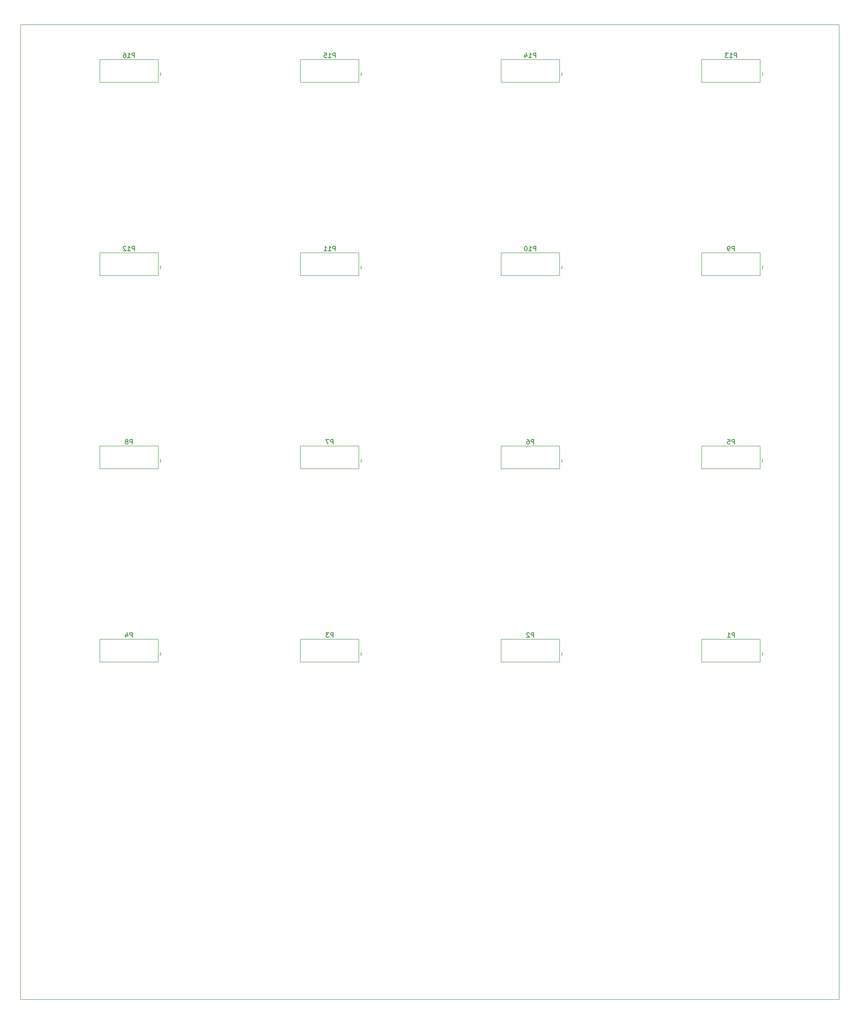
<source format=gbr>
G04 #@! TF.FileFunction,Legend,Bot*
%FSLAX46Y46*%
G04 Gerber Fmt 4.6, Leading zero omitted, Abs format (unit mm)*
G04 Created by KiCad (PCBNEW 4.0.7) date Wednesday, October 10, 2018 'PMt' 11:05:21 PM*
%MOMM*%
%LPD*%
G01*
G04 APERTURE LIST*
%ADD10C,0.100000*%
%ADD11C,0.150000*%
%ADD12C,0.304800*%
G04 APERTURE END LIST*
D10*
D11*
X345440000Y-16510000D02*
X345440000Y-397510000D01*
X25400000Y-16510000D02*
X25400000Y-397510000D01*
X25400000Y-397510000D02*
X345440000Y-397510000D01*
X25400000Y-16510000D02*
X345440000Y-16510000D01*
X56337200Y-39052500D02*
X56337200Y-30162500D01*
X79197200Y-39052500D02*
X56337200Y-39052500D01*
X79197200Y-30162500D02*
X79197200Y-39052500D01*
X56337200Y-30162500D02*
X79197200Y-30162500D01*
X134772400Y-39052500D02*
X134772400Y-30162500D01*
X157632400Y-39052500D02*
X134772400Y-39052500D01*
X157632400Y-30162500D02*
X157632400Y-39052500D01*
X134772400Y-30162500D02*
X157632400Y-30162500D01*
X291642800Y-39052500D02*
X291642800Y-30162500D01*
X314502800Y-39052500D02*
X291642800Y-39052500D01*
X314502800Y-30162500D02*
X314502800Y-39052500D01*
X291642800Y-30162500D02*
X314502800Y-30162500D01*
X56337200Y-114592100D02*
X56337200Y-105702100D01*
X79197200Y-114592100D02*
X56337200Y-114592100D01*
X79197200Y-105702100D02*
X79197200Y-114592100D01*
X56337200Y-105702100D02*
X79197200Y-105702100D01*
X134772400Y-114592100D02*
X134772400Y-105702100D01*
X157632400Y-114592100D02*
X134772400Y-114592100D01*
X157632400Y-105702100D02*
X157632400Y-114592100D01*
X134772400Y-105702100D02*
X157632400Y-105702100D01*
X291642800Y-114592100D02*
X291642800Y-105702100D01*
X314502800Y-114592100D02*
X291642800Y-114592100D01*
X314502800Y-105702100D02*
X314502800Y-114592100D01*
X291642800Y-105702100D02*
X314502800Y-105702100D01*
X56337200Y-190131700D02*
X56337200Y-181241700D01*
X79197200Y-190131700D02*
X56337200Y-190131700D01*
X79197200Y-181241700D02*
X79197200Y-190131700D01*
X56337200Y-181241700D02*
X79197200Y-181241700D01*
X134772400Y-190131700D02*
X134772400Y-181241700D01*
X157632400Y-190131700D02*
X134772400Y-190131700D01*
X157632400Y-181241700D02*
X157632400Y-190131700D01*
X134772400Y-181241700D02*
X157632400Y-181241700D01*
X56337200Y-265671300D02*
X56337200Y-256781300D01*
X79197200Y-265671300D02*
X56337200Y-265671300D01*
X79197200Y-256781300D02*
X79197200Y-265671300D01*
X56337200Y-256781300D02*
X79197200Y-256781300D01*
X134772400Y-265671300D02*
X134772400Y-256781300D01*
X157632400Y-265671300D02*
X134772400Y-265671300D01*
X157632400Y-256781300D02*
X157632400Y-265671300D01*
X134772400Y-256781300D02*
X157632400Y-256781300D01*
X213207600Y-265671300D02*
X213207600Y-256781300D01*
X236067600Y-265671300D02*
X213207600Y-265671300D01*
X236067600Y-256781300D02*
X236067600Y-265671300D01*
X213207600Y-256781300D02*
X236067600Y-256781300D01*
X291642800Y-265671300D02*
X291642800Y-256781300D01*
X314502800Y-265671300D02*
X291642800Y-265671300D01*
X314502800Y-256781300D02*
X314502800Y-265671300D01*
X291642800Y-256781300D02*
X314502800Y-256781300D01*
X213207600Y-39052500D02*
X213207600Y-30162500D01*
X236067600Y-39052500D02*
X213207600Y-39052500D01*
X236067600Y-30162500D02*
X236067600Y-39052500D01*
X213207600Y-30162500D02*
X236067600Y-30162500D01*
X213207600Y-114592100D02*
X213207600Y-105702100D01*
X236067600Y-114592100D02*
X213207600Y-114592100D01*
X236067600Y-105702100D02*
X236067600Y-114592100D01*
X213207600Y-105702100D02*
X236067600Y-105702100D01*
X213207600Y-190131700D02*
X213207600Y-181241700D01*
X236067600Y-190131700D02*
X213207600Y-190131700D01*
X236067600Y-181241700D02*
X236067600Y-190131700D01*
X213207600Y-181241700D02*
X236067600Y-181241700D01*
X291642800Y-190131700D02*
X291642800Y-181241700D01*
X314502800Y-190131700D02*
X291642800Y-190131700D01*
X314502800Y-181241700D02*
X314502800Y-190131700D01*
X291642800Y-181241700D02*
X314502800Y-181241700D01*
D12*
X69926200Y-29379333D02*
X69926200Y-27601333D01*
X69248866Y-27601333D01*
X69079533Y-27686000D01*
X68994866Y-27770667D01*
X68910200Y-27940000D01*
X68910200Y-28194000D01*
X68994866Y-28363333D01*
X69079533Y-28448000D01*
X69248866Y-28532667D01*
X69926200Y-28532667D01*
X67216866Y-29379333D02*
X68232866Y-29379333D01*
X67724866Y-29379333D02*
X67724866Y-27601333D01*
X67894200Y-27855333D01*
X68063533Y-28024667D01*
X68232866Y-28109333D01*
X65692867Y-27601333D02*
X66031533Y-27601333D01*
X66200867Y-27686000D01*
X66285533Y-27770667D01*
X66454867Y-28024667D01*
X66539533Y-28363333D01*
X66539533Y-29040667D01*
X66454867Y-29210000D01*
X66370200Y-29294667D01*
X66200867Y-29379333D01*
X65862200Y-29379333D01*
X65692867Y-29294667D01*
X65608200Y-29210000D01*
X65523533Y-29040667D01*
X65523533Y-28617333D01*
X65608200Y-28448000D01*
X65692867Y-28363333D01*
X65862200Y-28278667D01*
X66200867Y-28278667D01*
X66370200Y-28363333D01*
X66454867Y-28448000D01*
X66539533Y-28617333D01*
D11*
X79751485Y-36309881D02*
X80322914Y-36309881D01*
X80037200Y-36309881D02*
X80037200Y-35309881D01*
X80132438Y-35452738D01*
X80227676Y-35547976D01*
X80322914Y-35595595D01*
D12*
X148361400Y-29379333D02*
X148361400Y-27601333D01*
X147684066Y-27601333D01*
X147514733Y-27686000D01*
X147430066Y-27770667D01*
X147345400Y-27940000D01*
X147345400Y-28194000D01*
X147430066Y-28363333D01*
X147514733Y-28448000D01*
X147684066Y-28532667D01*
X148361400Y-28532667D01*
X145652066Y-29379333D02*
X146668066Y-29379333D01*
X146160066Y-29379333D02*
X146160066Y-27601333D01*
X146329400Y-27855333D01*
X146498733Y-28024667D01*
X146668066Y-28109333D01*
X144043400Y-27601333D02*
X144890067Y-27601333D01*
X144974733Y-28448000D01*
X144890067Y-28363333D01*
X144720733Y-28278667D01*
X144297400Y-28278667D01*
X144128067Y-28363333D01*
X144043400Y-28448000D01*
X143958733Y-28617333D01*
X143958733Y-29040667D01*
X144043400Y-29210000D01*
X144128067Y-29294667D01*
X144297400Y-29379333D01*
X144720733Y-29379333D01*
X144890067Y-29294667D01*
X144974733Y-29210000D01*
D11*
X158186685Y-36309881D02*
X158758114Y-36309881D01*
X158472400Y-36309881D02*
X158472400Y-35309881D01*
X158567638Y-35452738D01*
X158662876Y-35547976D01*
X158758114Y-35595595D01*
D12*
X305231800Y-29379333D02*
X305231800Y-27601333D01*
X304554466Y-27601333D01*
X304385133Y-27686000D01*
X304300466Y-27770667D01*
X304215800Y-27940000D01*
X304215800Y-28194000D01*
X304300466Y-28363333D01*
X304385133Y-28448000D01*
X304554466Y-28532667D01*
X305231800Y-28532667D01*
X302522466Y-29379333D02*
X303538466Y-29379333D01*
X303030466Y-29379333D02*
X303030466Y-27601333D01*
X303199800Y-27855333D01*
X303369133Y-28024667D01*
X303538466Y-28109333D01*
X301929800Y-27601333D02*
X300829133Y-27601333D01*
X301421800Y-28278667D01*
X301167800Y-28278667D01*
X300998467Y-28363333D01*
X300913800Y-28448000D01*
X300829133Y-28617333D01*
X300829133Y-29040667D01*
X300913800Y-29210000D01*
X300998467Y-29294667D01*
X301167800Y-29379333D01*
X301675800Y-29379333D01*
X301845133Y-29294667D01*
X301929800Y-29210000D01*
D11*
X315057085Y-36309881D02*
X315628514Y-36309881D01*
X315342800Y-36309881D02*
X315342800Y-35309881D01*
X315438038Y-35452738D01*
X315533276Y-35547976D01*
X315628514Y-35595595D01*
D12*
X69926200Y-104918933D02*
X69926200Y-103140933D01*
X69248866Y-103140933D01*
X69079533Y-103225600D01*
X68994866Y-103310267D01*
X68910200Y-103479600D01*
X68910200Y-103733600D01*
X68994866Y-103902933D01*
X69079533Y-103987600D01*
X69248866Y-104072267D01*
X69926200Y-104072267D01*
X67216866Y-104918933D02*
X68232866Y-104918933D01*
X67724866Y-104918933D02*
X67724866Y-103140933D01*
X67894200Y-103394933D01*
X68063533Y-103564267D01*
X68232866Y-103648933D01*
X66539533Y-103310267D02*
X66454867Y-103225600D01*
X66285533Y-103140933D01*
X65862200Y-103140933D01*
X65692867Y-103225600D01*
X65608200Y-103310267D01*
X65523533Y-103479600D01*
X65523533Y-103648933D01*
X65608200Y-103902933D01*
X66624200Y-104918933D01*
X65523533Y-104918933D01*
D11*
X79751485Y-111849481D02*
X80322914Y-111849481D01*
X80037200Y-111849481D02*
X80037200Y-110849481D01*
X80132438Y-110992338D01*
X80227676Y-111087576D01*
X80322914Y-111135195D01*
D12*
X148361400Y-104918933D02*
X148361400Y-103140933D01*
X147684066Y-103140933D01*
X147514733Y-103225600D01*
X147430066Y-103310267D01*
X147345400Y-103479600D01*
X147345400Y-103733600D01*
X147430066Y-103902933D01*
X147514733Y-103987600D01*
X147684066Y-104072267D01*
X148361400Y-104072267D01*
X145652066Y-104918933D02*
X146668066Y-104918933D01*
X146160066Y-104918933D02*
X146160066Y-103140933D01*
X146329400Y-103394933D01*
X146498733Y-103564267D01*
X146668066Y-103648933D01*
X143958733Y-104918933D02*
X144974733Y-104918933D01*
X144466733Y-104918933D02*
X144466733Y-103140933D01*
X144636067Y-103394933D01*
X144805400Y-103564267D01*
X144974733Y-103648933D01*
D11*
X158186685Y-111849481D02*
X158758114Y-111849481D01*
X158472400Y-111849481D02*
X158472400Y-110849481D01*
X158567638Y-110992338D01*
X158662876Y-111087576D01*
X158758114Y-111135195D01*
D12*
X304385133Y-104918933D02*
X304385133Y-103140933D01*
X303707799Y-103140933D01*
X303538466Y-103225600D01*
X303453799Y-103310267D01*
X303369133Y-103479600D01*
X303369133Y-103733600D01*
X303453799Y-103902933D01*
X303538466Y-103987600D01*
X303707799Y-104072267D01*
X304385133Y-104072267D01*
X302522466Y-104918933D02*
X302183799Y-104918933D01*
X302014466Y-104834267D01*
X301929799Y-104749600D01*
X301760466Y-104495600D01*
X301675799Y-104156933D01*
X301675799Y-103479600D01*
X301760466Y-103310267D01*
X301845133Y-103225600D01*
X302014466Y-103140933D01*
X302353133Y-103140933D01*
X302522466Y-103225600D01*
X302607133Y-103310267D01*
X302691799Y-103479600D01*
X302691799Y-103902933D01*
X302607133Y-104072267D01*
X302522466Y-104156933D01*
X302353133Y-104241600D01*
X302014466Y-104241600D01*
X301845133Y-104156933D01*
X301760466Y-104072267D01*
X301675799Y-103902933D01*
D11*
X315057085Y-111849481D02*
X315628514Y-111849481D01*
X315342800Y-111849481D02*
X315342800Y-110849481D01*
X315438038Y-110992338D01*
X315533276Y-111087576D01*
X315628514Y-111135195D01*
D12*
X69079533Y-180458533D02*
X69079533Y-178680533D01*
X68402199Y-178680533D01*
X68232866Y-178765200D01*
X68148199Y-178849867D01*
X68063533Y-179019200D01*
X68063533Y-179273200D01*
X68148199Y-179442533D01*
X68232866Y-179527200D01*
X68402199Y-179611867D01*
X69079533Y-179611867D01*
X67047533Y-179442533D02*
X67216866Y-179357867D01*
X67301533Y-179273200D01*
X67386199Y-179103867D01*
X67386199Y-179019200D01*
X67301533Y-178849867D01*
X67216866Y-178765200D01*
X67047533Y-178680533D01*
X66708866Y-178680533D01*
X66539533Y-178765200D01*
X66454866Y-178849867D01*
X66370199Y-179019200D01*
X66370199Y-179103867D01*
X66454866Y-179273200D01*
X66539533Y-179357867D01*
X66708866Y-179442533D01*
X67047533Y-179442533D01*
X67216866Y-179527200D01*
X67301533Y-179611867D01*
X67386199Y-179781200D01*
X67386199Y-180119867D01*
X67301533Y-180289200D01*
X67216866Y-180373867D01*
X67047533Y-180458533D01*
X66708866Y-180458533D01*
X66539533Y-180373867D01*
X66454866Y-180289200D01*
X66370199Y-180119867D01*
X66370199Y-179781200D01*
X66454866Y-179611867D01*
X66539533Y-179527200D01*
X66708866Y-179442533D01*
D11*
X79751485Y-187389081D02*
X80322914Y-187389081D01*
X80037200Y-187389081D02*
X80037200Y-186389081D01*
X80132438Y-186531938D01*
X80227676Y-186627176D01*
X80322914Y-186674795D01*
D12*
X147514733Y-180458533D02*
X147514733Y-178680533D01*
X146837399Y-178680533D01*
X146668066Y-178765200D01*
X146583399Y-178849867D01*
X146498733Y-179019200D01*
X146498733Y-179273200D01*
X146583399Y-179442533D01*
X146668066Y-179527200D01*
X146837399Y-179611867D01*
X147514733Y-179611867D01*
X145906066Y-178680533D02*
X144720733Y-178680533D01*
X145482733Y-180458533D01*
D11*
X158186685Y-187389081D02*
X158758114Y-187389081D01*
X158472400Y-187389081D02*
X158472400Y-186389081D01*
X158567638Y-186531938D01*
X158662876Y-186627176D01*
X158758114Y-186674795D01*
D12*
X69079533Y-255998133D02*
X69079533Y-254220133D01*
X68402199Y-254220133D01*
X68232866Y-254304800D01*
X68148199Y-254389467D01*
X68063533Y-254558800D01*
X68063533Y-254812800D01*
X68148199Y-254982133D01*
X68232866Y-255066800D01*
X68402199Y-255151467D01*
X69079533Y-255151467D01*
X66539533Y-254812800D02*
X66539533Y-255998133D01*
X66962866Y-254135467D02*
X67386199Y-255405467D01*
X66285533Y-255405467D01*
D11*
X79751485Y-262928681D02*
X80322914Y-262928681D01*
X80037200Y-262928681D02*
X80037200Y-261928681D01*
X80132438Y-262071538D01*
X80227676Y-262166776D01*
X80322914Y-262214395D01*
D12*
X147514733Y-255998133D02*
X147514733Y-254220133D01*
X146837399Y-254220133D01*
X146668066Y-254304800D01*
X146583399Y-254389467D01*
X146498733Y-254558800D01*
X146498733Y-254812800D01*
X146583399Y-254982133D01*
X146668066Y-255066800D01*
X146837399Y-255151467D01*
X147514733Y-255151467D01*
X145906066Y-254220133D02*
X144805399Y-254220133D01*
X145398066Y-254897467D01*
X145144066Y-254897467D01*
X144974733Y-254982133D01*
X144890066Y-255066800D01*
X144805399Y-255236133D01*
X144805399Y-255659467D01*
X144890066Y-255828800D01*
X144974733Y-255913467D01*
X145144066Y-255998133D01*
X145652066Y-255998133D01*
X145821399Y-255913467D01*
X145906066Y-255828800D01*
D11*
X158186685Y-262928681D02*
X158758114Y-262928681D01*
X158472400Y-262928681D02*
X158472400Y-261928681D01*
X158567638Y-262071538D01*
X158662876Y-262166776D01*
X158758114Y-262214395D01*
D12*
X225949933Y-255998133D02*
X225949933Y-254220133D01*
X225272599Y-254220133D01*
X225103266Y-254304800D01*
X225018599Y-254389467D01*
X224933933Y-254558800D01*
X224933933Y-254812800D01*
X225018599Y-254982133D01*
X225103266Y-255066800D01*
X225272599Y-255151467D01*
X225949933Y-255151467D01*
X224256599Y-254389467D02*
X224171933Y-254304800D01*
X224002599Y-254220133D01*
X223579266Y-254220133D01*
X223409933Y-254304800D01*
X223325266Y-254389467D01*
X223240599Y-254558800D01*
X223240599Y-254728133D01*
X223325266Y-254982133D01*
X224341266Y-255998133D01*
X223240599Y-255998133D01*
D11*
X236621885Y-262928681D02*
X237193314Y-262928681D01*
X236907600Y-262928681D02*
X236907600Y-261928681D01*
X237002838Y-262071538D01*
X237098076Y-262166776D01*
X237193314Y-262214395D01*
D12*
X304385133Y-255998133D02*
X304385133Y-254220133D01*
X303707799Y-254220133D01*
X303538466Y-254304800D01*
X303453799Y-254389467D01*
X303369133Y-254558800D01*
X303369133Y-254812800D01*
X303453799Y-254982133D01*
X303538466Y-255066800D01*
X303707799Y-255151467D01*
X304385133Y-255151467D01*
X301675799Y-255998133D02*
X302691799Y-255998133D01*
X302183799Y-255998133D02*
X302183799Y-254220133D01*
X302353133Y-254474133D01*
X302522466Y-254643467D01*
X302691799Y-254728133D01*
D11*
X315057085Y-262928681D02*
X315628514Y-262928681D01*
X315342800Y-262928681D02*
X315342800Y-261928681D01*
X315438038Y-262071538D01*
X315533276Y-262166776D01*
X315628514Y-262214395D01*
D12*
X226796600Y-29379333D02*
X226796600Y-27601333D01*
X226119266Y-27601333D01*
X225949933Y-27686000D01*
X225865266Y-27770667D01*
X225780600Y-27940000D01*
X225780600Y-28194000D01*
X225865266Y-28363333D01*
X225949933Y-28448000D01*
X226119266Y-28532667D01*
X226796600Y-28532667D01*
X224087266Y-29379333D02*
X225103266Y-29379333D01*
X224595266Y-29379333D02*
X224595266Y-27601333D01*
X224764600Y-27855333D01*
X224933933Y-28024667D01*
X225103266Y-28109333D01*
X222563267Y-28194000D02*
X222563267Y-29379333D01*
X222986600Y-27516667D02*
X223409933Y-28786667D01*
X222309267Y-28786667D01*
D11*
X236621885Y-36309881D02*
X237193314Y-36309881D01*
X236907600Y-36309881D02*
X236907600Y-35309881D01*
X237002838Y-35452738D01*
X237098076Y-35547976D01*
X237193314Y-35595595D01*
D12*
X226796600Y-104918933D02*
X226796600Y-103140933D01*
X226119266Y-103140933D01*
X225949933Y-103225600D01*
X225865266Y-103310267D01*
X225780600Y-103479600D01*
X225780600Y-103733600D01*
X225865266Y-103902933D01*
X225949933Y-103987600D01*
X226119266Y-104072267D01*
X226796600Y-104072267D01*
X224087266Y-104918933D02*
X225103266Y-104918933D01*
X224595266Y-104918933D02*
X224595266Y-103140933D01*
X224764600Y-103394933D01*
X224933933Y-103564267D01*
X225103266Y-103648933D01*
X222986600Y-103140933D02*
X222817267Y-103140933D01*
X222647933Y-103225600D01*
X222563267Y-103310267D01*
X222478600Y-103479600D01*
X222393933Y-103818267D01*
X222393933Y-104241600D01*
X222478600Y-104580267D01*
X222563267Y-104749600D01*
X222647933Y-104834267D01*
X222817267Y-104918933D01*
X222986600Y-104918933D01*
X223155933Y-104834267D01*
X223240600Y-104749600D01*
X223325267Y-104580267D01*
X223409933Y-104241600D01*
X223409933Y-103818267D01*
X223325267Y-103479600D01*
X223240600Y-103310267D01*
X223155933Y-103225600D01*
X222986600Y-103140933D01*
D11*
X236621885Y-111849481D02*
X237193314Y-111849481D01*
X236907600Y-111849481D02*
X236907600Y-110849481D01*
X237002838Y-110992338D01*
X237098076Y-111087576D01*
X237193314Y-111135195D01*
D12*
X225949933Y-180458533D02*
X225949933Y-178680533D01*
X225272599Y-178680533D01*
X225103266Y-178765200D01*
X225018599Y-178849867D01*
X224933933Y-179019200D01*
X224933933Y-179273200D01*
X225018599Y-179442533D01*
X225103266Y-179527200D01*
X225272599Y-179611867D01*
X225949933Y-179611867D01*
X223409933Y-178680533D02*
X223748599Y-178680533D01*
X223917933Y-178765200D01*
X224002599Y-178849867D01*
X224171933Y-179103867D01*
X224256599Y-179442533D01*
X224256599Y-180119867D01*
X224171933Y-180289200D01*
X224087266Y-180373867D01*
X223917933Y-180458533D01*
X223579266Y-180458533D01*
X223409933Y-180373867D01*
X223325266Y-180289200D01*
X223240599Y-180119867D01*
X223240599Y-179696533D01*
X223325266Y-179527200D01*
X223409933Y-179442533D01*
X223579266Y-179357867D01*
X223917933Y-179357867D01*
X224087266Y-179442533D01*
X224171933Y-179527200D01*
X224256599Y-179696533D01*
D11*
X236621885Y-187389081D02*
X237193314Y-187389081D01*
X236907600Y-187389081D02*
X236907600Y-186389081D01*
X237002838Y-186531938D01*
X237098076Y-186627176D01*
X237193314Y-186674795D01*
D12*
X304385133Y-180458533D02*
X304385133Y-178680533D01*
X303707799Y-178680533D01*
X303538466Y-178765200D01*
X303453799Y-178849867D01*
X303369133Y-179019200D01*
X303369133Y-179273200D01*
X303453799Y-179442533D01*
X303538466Y-179527200D01*
X303707799Y-179611867D01*
X304385133Y-179611867D01*
X301760466Y-178680533D02*
X302607133Y-178680533D01*
X302691799Y-179527200D01*
X302607133Y-179442533D01*
X302437799Y-179357867D01*
X302014466Y-179357867D01*
X301845133Y-179442533D01*
X301760466Y-179527200D01*
X301675799Y-179696533D01*
X301675799Y-180119867D01*
X301760466Y-180289200D01*
X301845133Y-180373867D01*
X302014466Y-180458533D01*
X302437799Y-180458533D01*
X302607133Y-180373867D01*
X302691799Y-180289200D01*
D11*
X315057085Y-187389081D02*
X315628514Y-187389081D01*
X315342800Y-187389081D02*
X315342800Y-186389081D01*
X315438038Y-186531938D01*
X315533276Y-186627176D01*
X315628514Y-186674795D01*
M02*

</source>
